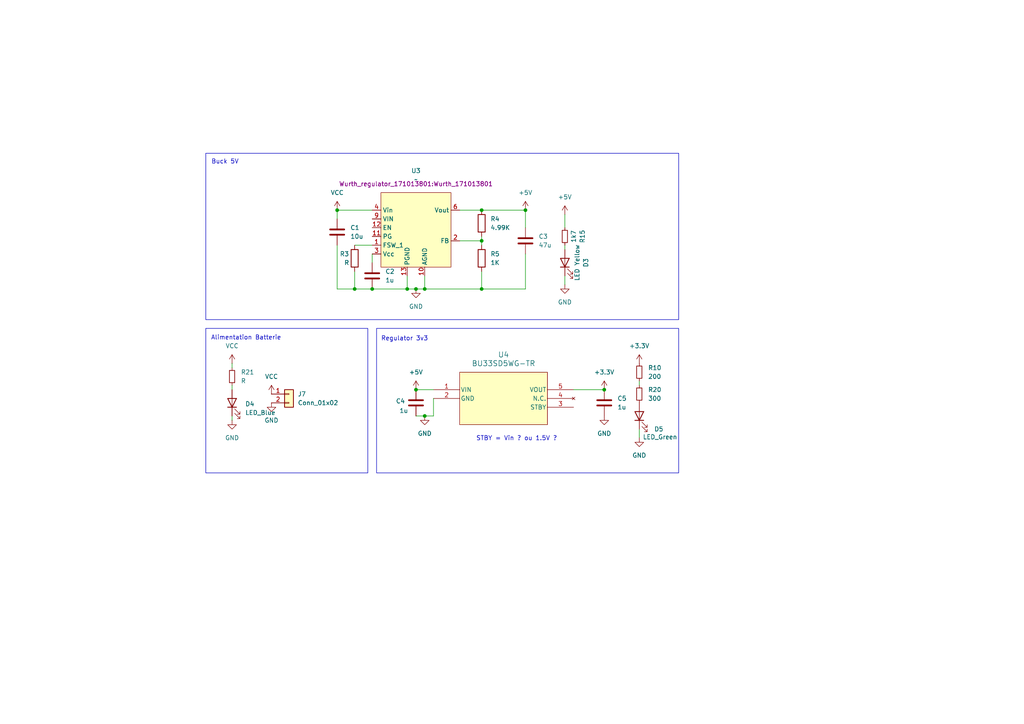
<source format=kicad_sch>
(kicad_sch
	(version 20231120)
	(generator "eeschema")
	(generator_version "8.0")
	(uuid "e0eeb90b-6523-454b-b38c-91bf9abdf46c")
	(paper "A4")
	(lib_symbols
		(symbol "2025-03-16_15-16-17:BU33SD5WG-TR"
			(pin_names
				(offset 0.254)
			)
			(exclude_from_sim no)
			(in_bom yes)
			(on_board yes)
			(property "Reference" "U"
				(at 20.32 10.16 0)
				(effects
					(font
						(size 1.524 1.524)
					)
				)
			)
			(property "Value" "BU33SD5WG-TR"
				(at 20.32 7.62 0)
				(effects
					(font
						(size 1.524 1.524)
					)
				)
			)
			(property "Footprint" "SSOP5_ROM"
				(at 0 7.366 0)
				(effects
					(font
						(size 1.27 1.27)
						(italic yes)
					)
					(hide yes)
				)
			)
			(property "Datasheet" "BU33SD5WG-TR"
				(at -0.508 5.08 0)
				(effects
					(font
						(size 1.27 1.27)
						(italic yes)
					)
					(hide yes)
				)
			)
			(property "Description" ""
				(at 0 0 0)
				(effects
					(font
						(size 1.27 1.27)
					)
					(hide yes)
				)
			)
			(property "Sim.Library" "C:\\Users\\garbe\\Downloads\\BU33SD5WG_TR\\SSOP5_ROM.stl"
				(at 16.51 12.954 0)
				(effects
					(font
						(size 1.27 1.27)
					)
					(hide yes)
				)
			)
			(property "ki_keywords" "BU33SD5WG-TR"
				(at 0 0 0)
				(effects
					(font
						(size 1.27 1.27)
					)
					(hide yes)
				)
			)
			(property "ki_fp_filters" "SSOP5_ROM SSOP5_ROM-M SSOP5_ROM-L"
				(at 0 0 0)
				(effects
					(font
						(size 1.27 1.27)
					)
					(hide yes)
				)
			)
			(symbol "BU33SD5WG-TR_0_1"
				(polyline
					(pts
						(xy 7.62 5.08) (xy 7.62 -10.16)
					)
					(stroke
						(width 0.127)
						(type default)
					)
					(fill
						(type none)
					)
				)
				(polyline
					(pts
						(xy 33.02 -10.16) (xy 33.02 5.08)
					)
					(stroke
						(width 0.127)
						(type default)
					)
					(fill
						(type none)
					)
				)
				(polyline
					(pts
						(xy 33.02 5.08) (xy 7.62 5.08)
					)
					(stroke
						(width 0.127)
						(type default)
					)
					(fill
						(type none)
					)
				)
				(pin unspecified line
					(at 0 0 0)
					(length 7.62)
					(name "VIN"
						(effects
							(font
								(size 1.27 1.27)
							)
						)
					)
					(number "1"
						(effects
							(font
								(size 1.27 1.27)
							)
						)
					)
				)
				(pin power_out line
					(at 0 -2.54 0)
					(length 7.62)
					(name "GND"
						(effects
							(font
								(size 1.27 1.27)
							)
						)
					)
					(number "2"
						(effects
							(font
								(size 1.27 1.27)
							)
						)
					)
				)
				(pin unspecified line
					(at 40.64 -5.08 180)
					(length 7.62)
					(name "STBY"
						(effects
							(font
								(size 1.27 1.27)
							)
						)
					)
					(number "3"
						(effects
							(font
								(size 1.27 1.27)
							)
						)
					)
				)
				(pin no_connect line
					(at 40.64 -2.54 180)
					(length 7.62)
					(name "N.C."
						(effects
							(font
								(size 1.27 1.27)
							)
						)
					)
					(number "4"
						(effects
							(font
								(size 1.27 1.27)
							)
						)
					)
				)
				(pin output line
					(at 40.64 0 180)
					(length 7.62)
					(name "VOUT"
						(effects
							(font
								(size 1.27 1.27)
							)
						)
					)
					(number "5"
						(effects
							(font
								(size 1.27 1.27)
							)
						)
					)
				)
			)
			(symbol "BU33SD5WG-TR_1_1"
				(rectangle
					(start 7.62 5.08)
					(end 33.02 -10.16)
					(stroke
						(width 0)
						(type default)
					)
					(fill
						(type background)
					)
				)
			)
		)
		(symbol "Connector_Generic:Conn_01x02"
			(pin_names
				(offset 1.016) hide)
			(exclude_from_sim no)
			(in_bom yes)
			(on_board yes)
			(property "Reference" "J"
				(at 0 2.54 0)
				(effects
					(font
						(size 1.27 1.27)
					)
				)
			)
			(property "Value" "Conn_01x02"
				(at 0 -5.08 0)
				(effects
					(font
						(size 1.27 1.27)
					)
				)
			)
			(property "Footprint" ""
				(at 0 0 0)
				(effects
					(font
						(size 1.27 1.27)
					)
					(hide yes)
				)
			)
			(property "Datasheet" "~"
				(at 0 0 0)
				(effects
					(font
						(size 1.27 1.27)
					)
					(hide yes)
				)
			)
			(property "Description" "Generic connector, single row, 01x02, script generated (kicad-library-utils/schlib/autogen/connector/)"
				(at 0 0 0)
				(effects
					(font
						(size 1.27 1.27)
					)
					(hide yes)
				)
			)
			(property "ki_keywords" "connector"
				(at 0 0 0)
				(effects
					(font
						(size 1.27 1.27)
					)
					(hide yes)
				)
			)
			(property "ki_fp_filters" "Connector*:*_1x??_*"
				(at 0 0 0)
				(effects
					(font
						(size 1.27 1.27)
					)
					(hide yes)
				)
			)
			(symbol "Conn_01x02_1_1"
				(rectangle
					(start -1.27 -2.413)
					(end 0 -2.667)
					(stroke
						(width 0.1524)
						(type default)
					)
					(fill
						(type none)
					)
				)
				(rectangle
					(start -1.27 0.127)
					(end 0 -0.127)
					(stroke
						(width 0.1524)
						(type default)
					)
					(fill
						(type none)
					)
				)
				(rectangle
					(start -1.27 1.27)
					(end 1.27 -3.81)
					(stroke
						(width 0.254)
						(type default)
					)
					(fill
						(type background)
					)
				)
				(pin passive line
					(at -5.08 0 0)
					(length 3.81)
					(name "Pin_1"
						(effects
							(font
								(size 1.27 1.27)
							)
						)
					)
					(number "1"
						(effects
							(font
								(size 1.27 1.27)
							)
						)
					)
				)
				(pin passive line
					(at -5.08 -2.54 0)
					(length 3.81)
					(name "Pin_2"
						(effects
							(font
								(size 1.27 1.27)
							)
						)
					)
					(number "2"
						(effects
							(font
								(size 1.27 1.27)
							)
						)
					)
				)
			)
		)
		(symbol "Device:C"
			(pin_numbers hide)
			(pin_names
				(offset 0.254)
			)
			(exclude_from_sim no)
			(in_bom yes)
			(on_board yes)
			(property "Reference" "C"
				(at 0.635 2.54 0)
				(effects
					(font
						(size 1.27 1.27)
					)
					(justify left)
				)
			)
			(property "Value" "C"
				(at 0.635 -2.54 0)
				(effects
					(font
						(size 1.27 1.27)
					)
					(justify left)
				)
			)
			(property "Footprint" ""
				(at 0.9652 -3.81 0)
				(effects
					(font
						(size 1.27 1.27)
					)
					(hide yes)
				)
			)
			(property "Datasheet" "~"
				(at 0 0 0)
				(effects
					(font
						(size 1.27 1.27)
					)
					(hide yes)
				)
			)
			(property "Description" "Unpolarized capacitor"
				(at 0 0 0)
				(effects
					(font
						(size 1.27 1.27)
					)
					(hide yes)
				)
			)
			(property "ki_keywords" "cap capacitor"
				(at 0 0 0)
				(effects
					(font
						(size 1.27 1.27)
					)
					(hide yes)
				)
			)
			(property "ki_fp_filters" "C_*"
				(at 0 0 0)
				(effects
					(font
						(size 1.27 1.27)
					)
					(hide yes)
				)
			)
			(symbol "C_0_1"
				(polyline
					(pts
						(xy -2.032 -0.762) (xy 2.032 -0.762)
					)
					(stroke
						(width 0.508)
						(type default)
					)
					(fill
						(type none)
					)
				)
				(polyline
					(pts
						(xy -2.032 0.762) (xy 2.032 0.762)
					)
					(stroke
						(width 0.508)
						(type default)
					)
					(fill
						(type none)
					)
				)
			)
			(symbol "C_1_1"
				(pin passive line
					(at 0 3.81 270)
					(length 2.794)
					(name "~"
						(effects
							(font
								(size 1.27 1.27)
							)
						)
					)
					(number "1"
						(effects
							(font
								(size 1.27 1.27)
							)
						)
					)
				)
				(pin passive line
					(at 0 -3.81 90)
					(length 2.794)
					(name "~"
						(effects
							(font
								(size 1.27 1.27)
							)
						)
					)
					(number "2"
						(effects
							(font
								(size 1.27 1.27)
							)
						)
					)
				)
			)
		)
		(symbol "Device:LED"
			(pin_numbers hide)
			(pin_names
				(offset 1.016) hide)
			(exclude_from_sim no)
			(in_bom yes)
			(on_board yes)
			(property "Reference" "D"
				(at 0 2.54 0)
				(effects
					(font
						(size 1.27 1.27)
					)
				)
			)
			(property "Value" "LED"
				(at 0 -2.54 0)
				(effects
					(font
						(size 1.27 1.27)
					)
				)
			)
			(property "Footprint" ""
				(at 0 0 0)
				(effects
					(font
						(size 1.27 1.27)
					)
					(hide yes)
				)
			)
			(property "Datasheet" "~"
				(at 0 0 0)
				(effects
					(font
						(size 1.27 1.27)
					)
					(hide yes)
				)
			)
			(property "Description" "Light emitting diode"
				(at 0 0 0)
				(effects
					(font
						(size 1.27 1.27)
					)
					(hide yes)
				)
			)
			(property "ki_keywords" "LED diode"
				(at 0 0 0)
				(effects
					(font
						(size 1.27 1.27)
					)
					(hide yes)
				)
			)
			(property "ki_fp_filters" "LED* LED_SMD:* LED_THT:*"
				(at 0 0 0)
				(effects
					(font
						(size 1.27 1.27)
					)
					(hide yes)
				)
			)
			(symbol "LED_0_1"
				(polyline
					(pts
						(xy -1.27 -1.27) (xy -1.27 1.27)
					)
					(stroke
						(width 0.254)
						(type default)
					)
					(fill
						(type none)
					)
				)
				(polyline
					(pts
						(xy -1.27 0) (xy 1.27 0)
					)
					(stroke
						(width 0)
						(type default)
					)
					(fill
						(type none)
					)
				)
				(polyline
					(pts
						(xy 1.27 -1.27) (xy 1.27 1.27) (xy -1.27 0) (xy 1.27 -1.27)
					)
					(stroke
						(width 0.254)
						(type default)
					)
					(fill
						(type none)
					)
				)
				(polyline
					(pts
						(xy -3.048 -0.762) (xy -4.572 -2.286) (xy -3.81 -2.286) (xy -4.572 -2.286) (xy -4.572 -1.524)
					)
					(stroke
						(width 0)
						(type default)
					)
					(fill
						(type none)
					)
				)
				(polyline
					(pts
						(xy -1.778 -0.762) (xy -3.302 -2.286) (xy -2.54 -2.286) (xy -3.302 -2.286) (xy -3.302 -1.524)
					)
					(stroke
						(width 0)
						(type default)
					)
					(fill
						(type none)
					)
				)
			)
			(symbol "LED_1_1"
				(pin passive line
					(at -3.81 0 0)
					(length 2.54)
					(name "K"
						(effects
							(font
								(size 1.27 1.27)
							)
						)
					)
					(number "1"
						(effects
							(font
								(size 1.27 1.27)
							)
						)
					)
				)
				(pin passive line
					(at 3.81 0 180)
					(length 2.54)
					(name "A"
						(effects
							(font
								(size 1.27 1.27)
							)
						)
					)
					(number "2"
						(effects
							(font
								(size 1.27 1.27)
							)
						)
					)
				)
			)
		)
		(symbol "Device:R"
			(pin_numbers hide)
			(pin_names
				(offset 0)
			)
			(exclude_from_sim no)
			(in_bom yes)
			(on_board yes)
			(property "Reference" "R"
				(at 2.032 0 90)
				(effects
					(font
						(size 1.27 1.27)
					)
				)
			)
			(property "Value" "R"
				(at 0 0 90)
				(effects
					(font
						(size 1.27 1.27)
					)
				)
			)
			(property "Footprint" ""
				(at -1.778 0 90)
				(effects
					(font
						(size 1.27 1.27)
					)
					(hide yes)
				)
			)
			(property "Datasheet" "~"
				(at 0 0 0)
				(effects
					(font
						(size 1.27 1.27)
					)
					(hide yes)
				)
			)
			(property "Description" "Resistor"
				(at 0 0 0)
				(effects
					(font
						(size 1.27 1.27)
					)
					(hide yes)
				)
			)
			(property "ki_keywords" "R res resistor"
				(at 0 0 0)
				(effects
					(font
						(size 1.27 1.27)
					)
					(hide yes)
				)
			)
			(property "ki_fp_filters" "R_*"
				(at 0 0 0)
				(effects
					(font
						(size 1.27 1.27)
					)
					(hide yes)
				)
			)
			(symbol "R_0_1"
				(rectangle
					(start -1.016 -2.54)
					(end 1.016 2.54)
					(stroke
						(width 0.254)
						(type default)
					)
					(fill
						(type none)
					)
				)
			)
			(symbol "R_1_1"
				(pin passive line
					(at 0 3.81 270)
					(length 1.27)
					(name "~"
						(effects
							(font
								(size 1.27 1.27)
							)
						)
					)
					(number "1"
						(effects
							(font
								(size 1.27 1.27)
							)
						)
					)
				)
				(pin passive line
					(at 0 -3.81 90)
					(length 1.27)
					(name "~"
						(effects
							(font
								(size 1.27 1.27)
							)
						)
					)
					(number "2"
						(effects
							(font
								(size 1.27 1.27)
							)
						)
					)
				)
			)
		)
		(symbol "Device:R_Small"
			(pin_numbers hide)
			(pin_names
				(offset 0.254) hide)
			(exclude_from_sim no)
			(in_bom yes)
			(on_board yes)
			(property "Reference" "R"
				(at 0.762 0.508 0)
				(effects
					(font
						(size 1.27 1.27)
					)
					(justify left)
				)
			)
			(property "Value" "R_Small"
				(at 0.762 -1.016 0)
				(effects
					(font
						(size 1.27 1.27)
					)
					(justify left)
				)
			)
			(property "Footprint" ""
				(at 0 0 0)
				(effects
					(font
						(size 1.27 1.27)
					)
					(hide yes)
				)
			)
			(property "Datasheet" "~"
				(at 0 0 0)
				(effects
					(font
						(size 1.27 1.27)
					)
					(hide yes)
				)
			)
			(property "Description" "Resistor, small symbol"
				(at 0 0 0)
				(effects
					(font
						(size 1.27 1.27)
					)
					(hide yes)
				)
			)
			(property "ki_keywords" "R resistor"
				(at 0 0 0)
				(effects
					(font
						(size 1.27 1.27)
					)
					(hide yes)
				)
			)
			(property "ki_fp_filters" "R_*"
				(at 0 0 0)
				(effects
					(font
						(size 1.27 1.27)
					)
					(hide yes)
				)
			)
			(symbol "R_Small_0_1"
				(rectangle
					(start -0.762 1.778)
					(end 0.762 -1.778)
					(stroke
						(width 0.2032)
						(type default)
					)
					(fill
						(type none)
					)
				)
			)
			(symbol "R_Small_1_1"
				(pin passive line
					(at 0 2.54 270)
					(length 0.762)
					(name "~"
						(effects
							(font
								(size 1.27 1.27)
							)
						)
					)
					(number "1"
						(effects
							(font
								(size 1.27 1.27)
							)
						)
					)
				)
				(pin passive line
					(at 0 -2.54 90)
					(length 0.762)
					(name "~"
						(effects
							(font
								(size 1.27 1.27)
							)
						)
					)
					(number "2"
						(effects
							(font
								(size 1.27 1.27)
							)
						)
					)
				)
			)
		)
		(symbol "Wurth_regulator_171013801:Regulator_Wurth_171013801"
			(exclude_from_sim no)
			(in_bom yes)
			(on_board yes)
			(property "Reference" "U"
				(at -0.254 7.366 0)
				(effects
					(font
						(size 1.27 1.27)
					)
				)
			)
			(property "Value" ""
				(at 0 0 0)
				(effects
					(font
						(size 1.27 1.27)
					)
				)
			)
			(property "Footprint" "Wurth_regulator_171013801:Wurth_171013801"
				(at 4.064 11.43 0)
				(effects
					(font
						(size 1.27 1.27)
					)
				)
			)
			(property "Datasheet" ""
				(at 0 0 0)
				(effects
					(font
						(size 1.27 1.27)
					)
					(hide yes)
				)
			)
			(property "Description" ""
				(at 0 0 0)
				(effects
					(font
						(size 1.27 1.27)
					)
					(hide yes)
				)
			)
			(symbol "Regulator_Wurth_171013801_1_1"
				(rectangle
					(start -10.16 10.16)
					(end 10.16 -11.43)
					(stroke
						(width 0)
						(type default)
					)
					(fill
						(type background)
					)
				)
				(pin input line
					(at -12.7 -5.08 0)
					(length 2.54)
					(name "FSW_1"
						(effects
							(font
								(size 1.27 1.27)
							)
						)
					)
					(number "1"
						(effects
							(font
								(size 1.27 1.27)
							)
						)
					)
				)
				(pin input line
					(at 2.54 -13.97 90)
					(length 2.54)
					(name "AGND"
						(effects
							(font
								(size 1.27 1.27)
							)
						)
					)
					(number "10"
						(effects
							(font
								(size 1.27 1.27)
							)
						)
					)
				)
				(pin power_in line
					(at -12.7 -2.54 0)
					(length 2.54)
					(name "PG"
						(effects
							(font
								(size 1.27 1.27)
							)
						)
					)
					(number "11"
						(effects
							(font
								(size 1.27 1.27)
							)
						)
					)
				)
				(pin input line
					(at -12.7 0 0)
					(length 2.54)
					(name "EN"
						(effects
							(font
								(size 1.27 1.27)
							)
						)
					)
					(number "12"
						(effects
							(font
								(size 1.27 1.27)
							)
						)
					)
				)
				(pin input line
					(at -2.54 -13.97 90)
					(length 2.54)
					(name "PGND"
						(effects
							(font
								(size 1.27 1.27)
							)
						)
					)
					(number "13"
						(effects
							(font
								(size 1.27 1.27)
							)
						)
					)
				)
				(pin input line
					(at 12.7 -3.81 180)
					(length 2.54)
					(name "FB"
						(effects
							(font
								(size 1.27 1.27)
							)
						)
					)
					(number "2"
						(effects
							(font
								(size 1.27 1.27)
							)
						)
					)
				)
				(pin power_out line
					(at -12.7 -7.62 0)
					(length 2.54)
					(name "Vcc"
						(effects
							(font
								(size 1.27 1.27)
							)
						)
					)
					(number "3"
						(effects
							(font
								(size 1.27 1.27)
							)
						)
					)
				)
				(pin power_in line
					(at -12.7 5.08 0)
					(length 2.54)
					(name "Vin"
						(effects
							(font
								(size 1.27 1.27)
							)
						)
					)
					(number "4"
						(effects
							(font
								(size 1.27 1.27)
							)
						)
					)
				)
				(pin power_in line
					(at -12.7 5.08 0)
					(length 2.54) hide
					(name "Vin"
						(effects
							(font
								(size 1.27 1.27)
							)
						)
					)
					(number "5"
						(effects
							(font
								(size 1.27 1.27)
							)
						)
					)
				)
				(pin power_out line
					(at 12.7 5.08 180)
					(length 2.54)
					(name "Vout"
						(effects
							(font
								(size 1.27 1.27)
							)
						)
					)
					(number "6"
						(effects
							(font
								(size 1.27 1.27)
							)
						)
					)
				)
				(pin power_out line
					(at 12.7 5.08 180)
					(length 2.54) hide
					(name "Vout"
						(effects
							(font
								(size 1.27 1.27)
							)
						)
					)
					(number "7"
						(effects
							(font
								(size 1.27 1.27)
							)
						)
					)
				)
				(pin no_connect line
					(at 12.7 2.54 180)
					(length 2.54) hide
					(name "DNC"
						(effects
							(font
								(size 1.27 1.27)
							)
						)
					)
					(number "8"
						(effects
							(font
								(size 1.27 1.27)
							)
						)
					)
				)
				(pin power_out line
					(at -12.7 2.54 0)
					(length 2.54)
					(name "VIN"
						(effects
							(font
								(size 1.27 1.27)
							)
						)
					)
					(number "9"
						(effects
							(font
								(size 1.27 1.27)
							)
						)
					)
				)
			)
		)
		(symbol "power:+3.3V"
			(power)
			(pin_numbers hide)
			(pin_names
				(offset 0) hide)
			(exclude_from_sim no)
			(in_bom yes)
			(on_board yes)
			(property "Reference" "#PWR"
				(at 0 -3.81 0)
				(effects
					(font
						(size 1.27 1.27)
					)
					(hide yes)
				)
			)
			(property "Value" "+3.3V"
				(at 0 3.556 0)
				(effects
					(font
						(size 1.27 1.27)
					)
				)
			)
			(property "Footprint" ""
				(at 0 0 0)
				(effects
					(font
						(size 1.27 1.27)
					)
					(hide yes)
				)
			)
			(property "Datasheet" ""
				(at 0 0 0)
				(effects
					(font
						(size 1.27 1.27)
					)
					(hide yes)
				)
			)
			(property "Description" "Power symbol creates a global label with name \"+3.3V\""
				(at 0 0 0)
				(effects
					(font
						(size 1.27 1.27)
					)
					(hide yes)
				)
			)
			(property "ki_keywords" "global power"
				(at 0 0 0)
				(effects
					(font
						(size 1.27 1.27)
					)
					(hide yes)
				)
			)
			(symbol "+3.3V_0_1"
				(polyline
					(pts
						(xy -0.762 1.27) (xy 0 2.54)
					)
					(stroke
						(width 0)
						(type default)
					)
					(fill
						(type none)
					)
				)
				(polyline
					(pts
						(xy 0 0) (xy 0 2.54)
					)
					(stroke
						(width 0)
						(type default)
					)
					(fill
						(type none)
					)
				)
				(polyline
					(pts
						(xy 0 2.54) (xy 0.762 1.27)
					)
					(stroke
						(width 0)
						(type default)
					)
					(fill
						(type none)
					)
				)
			)
			(symbol "+3.3V_1_1"
				(pin power_in line
					(at 0 0 90)
					(length 0)
					(name "~"
						(effects
							(font
								(size 1.27 1.27)
							)
						)
					)
					(number "1"
						(effects
							(font
								(size 1.27 1.27)
							)
						)
					)
				)
			)
		)
		(symbol "power:GND"
			(power)
			(pin_numbers hide)
			(pin_names
				(offset 0) hide)
			(exclude_from_sim no)
			(in_bom yes)
			(on_board yes)
			(property "Reference" "#PWR"
				(at 0 -6.35 0)
				(effects
					(font
						(size 1.27 1.27)
					)
					(hide yes)
				)
			)
			(property "Value" "GND"
				(at 0 -3.81 0)
				(effects
					(font
						(size 1.27 1.27)
					)
				)
			)
			(property "Footprint" ""
				(at 0 0 0)
				(effects
					(font
						(size 1.27 1.27)
					)
					(hide yes)
				)
			)
			(property "Datasheet" ""
				(at 0 0 0)
				(effects
					(font
						(size 1.27 1.27)
					)
					(hide yes)
				)
			)
			(property "Description" "Power symbol creates a global label with name \"GND\" , ground"
				(at 0 0 0)
				(effects
					(font
						(size 1.27 1.27)
					)
					(hide yes)
				)
			)
			(property "ki_keywords" "global power"
				(at 0 0 0)
				(effects
					(font
						(size 1.27 1.27)
					)
					(hide yes)
				)
			)
			(symbol "GND_0_1"
				(polyline
					(pts
						(xy 0 0) (xy 0 -1.27) (xy 1.27 -1.27) (xy 0 -2.54) (xy -1.27 -1.27) (xy 0 -1.27)
					)
					(stroke
						(width 0)
						(type default)
					)
					(fill
						(type none)
					)
				)
			)
			(symbol "GND_1_1"
				(pin power_in line
					(at 0 0 270)
					(length 0)
					(name "~"
						(effects
							(font
								(size 1.27 1.27)
							)
						)
					)
					(number "1"
						(effects
							(font
								(size 1.27 1.27)
							)
						)
					)
				)
			)
		)
		(symbol "power:VCC"
			(power)
			(pin_numbers hide)
			(pin_names
				(offset 0) hide)
			(exclude_from_sim no)
			(in_bom yes)
			(on_board yes)
			(property "Reference" "#PWR"
				(at 0 -3.81 0)
				(effects
					(font
						(size 1.27 1.27)
					)
					(hide yes)
				)
			)
			(property "Value" "VCC"
				(at 0 3.556 0)
				(effects
					(font
						(size 1.27 1.27)
					)
				)
			)
			(property "Footprint" ""
				(at 0 0 0)
				(effects
					(font
						(size 1.27 1.27)
					)
					(hide yes)
				)
			)
			(property "Datasheet" ""
				(at 0 0 0)
				(effects
					(font
						(size 1.27 1.27)
					)
					(hide yes)
				)
			)
			(property "Description" "Power symbol creates a global label with name \"VCC\""
				(at 0 0 0)
				(effects
					(font
						(size 1.27 1.27)
					)
					(hide yes)
				)
			)
			(property "ki_keywords" "global power"
				(at 0 0 0)
				(effects
					(font
						(size 1.27 1.27)
					)
					(hide yes)
				)
			)
			(symbol "VCC_0_1"
				(polyline
					(pts
						(xy -0.762 1.27) (xy 0 2.54)
					)
					(stroke
						(width 0)
						(type default)
					)
					(fill
						(type none)
					)
				)
				(polyline
					(pts
						(xy 0 0) (xy 0 2.54)
					)
					(stroke
						(width 0)
						(type default)
					)
					(fill
						(type none)
					)
				)
				(polyline
					(pts
						(xy 0 2.54) (xy 0.762 1.27)
					)
					(stroke
						(width 0)
						(type default)
					)
					(fill
						(type none)
					)
				)
			)
			(symbol "VCC_1_1"
				(pin power_in line
					(at 0 0 90)
					(length 0)
					(name "~"
						(effects
							(font
								(size 1.27 1.27)
							)
						)
					)
					(number "1"
						(effects
							(font
								(size 1.27 1.27)
							)
						)
					)
				)
			)
		)
	)
	(junction
		(at 102.87 83.82)
		(diameter 0)
		(color 0 0 0 0)
		(uuid "045a4b72-59bc-4aaf-82a9-ed4f1dc64558")
	)
	(junction
		(at 139.7 69.85)
		(diameter 0)
		(color 0 0 0 0)
		(uuid "06d4b060-c791-4c49-bbfe-14836e517777")
	)
	(junction
		(at 97.79 60.96)
		(diameter 0)
		(color 0 0 0 0)
		(uuid "117e3d07-cce3-4834-9aaa-03e89131657a")
	)
	(junction
		(at 120.65 113.03)
		(diameter 0)
		(color 0 0 0 0)
		(uuid "1f906051-cb8a-4099-baf4-49832e07a44c")
	)
	(junction
		(at 152.4 60.96)
		(diameter 0)
		(color 0 0 0 0)
		(uuid "2e8d9e2b-91b7-451f-813c-6f2d4f4bd345")
	)
	(junction
		(at 118.11 83.82)
		(diameter 0)
		(color 0 0 0 0)
		(uuid "4c8768eb-928f-466c-a649-fb41b18c3eba")
	)
	(junction
		(at 123.19 83.82)
		(diameter 0)
		(color 0 0 0 0)
		(uuid "5acf6593-f404-4dbb-9bee-efc8e5254d52")
	)
	(junction
		(at 107.95 83.82)
		(diameter 0)
		(color 0 0 0 0)
		(uuid "5faec959-9660-49cb-9e10-67ee91f21c30")
	)
	(junction
		(at 139.7 83.82)
		(diameter 0)
		(color 0 0 0 0)
		(uuid "62fdba22-bf0c-48c0-acb0-585d402858a0")
	)
	(junction
		(at 123.19 120.65)
		(diameter 0)
		(color 0 0 0 0)
		(uuid "6dd77e4d-309a-47d5-a53f-b1ec407a0bcb")
	)
	(junction
		(at 120.65 83.82)
		(diameter 0)
		(color 0 0 0 0)
		(uuid "b06a6cab-be07-4fd7-b961-a01c04e37cca")
	)
	(junction
		(at 175.26 113.03)
		(diameter 0)
		(color 0 0 0 0)
		(uuid "d5476526-6603-4300-8774-28e3c27d19ba")
	)
	(junction
		(at 139.7 60.96)
		(diameter 0)
		(color 0 0 0 0)
		(uuid "ea029324-63a9-42a3-b177-c4839bbcbc88")
	)
	(wire
		(pts
			(xy 118.11 83.82) (xy 120.65 83.82)
		)
		(stroke
			(width 0)
			(type default)
		)
		(uuid "00daf659-dd25-4ecf-9f9d-15f1ca8436a4")
	)
	(wire
		(pts
			(xy 139.7 68.58) (xy 139.7 69.85)
		)
		(stroke
			(width 0)
			(type default)
		)
		(uuid "030aa15c-8f81-4100-8bbf-22bf3feae375")
	)
	(wire
		(pts
			(xy 97.79 71.12) (xy 97.79 83.82)
		)
		(stroke
			(width 0)
			(type default)
		)
		(uuid "04c01698-2ede-4f2d-9f5c-59face10c6a6")
	)
	(wire
		(pts
			(xy 67.31 111.76) (xy 67.31 113.03)
		)
		(stroke
			(width 0)
			(type default)
		)
		(uuid "090e78ee-8f1a-44c4-a842-65e232892547")
	)
	(wire
		(pts
			(xy 102.87 83.82) (xy 102.87 78.74)
		)
		(stroke
			(width 0)
			(type default)
		)
		(uuid "0f540888-e025-44c6-a2e9-077395cf2454")
	)
	(wire
		(pts
			(xy 67.31 120.65) (xy 67.31 121.92)
		)
		(stroke
			(width 0)
			(type default)
		)
		(uuid "15ee177d-52f1-4cf7-8157-ef6f3194c78f")
	)
	(wire
		(pts
			(xy 118.11 83.82) (xy 107.95 83.82)
		)
		(stroke
			(width 0)
			(type default)
		)
		(uuid "1a106f28-c617-42c1-a4cc-9665f48eeba5")
	)
	(wire
		(pts
			(xy 97.79 60.96) (xy 107.95 60.96)
		)
		(stroke
			(width 0)
			(type default)
		)
		(uuid "1a7f1f39-211f-41e4-b0ca-50dc75d0991b")
	)
	(wire
		(pts
			(xy 67.31 105.41) (xy 67.31 106.68)
		)
		(stroke
			(width 0)
			(type default)
		)
		(uuid "21278a79-e520-4ac8-a02d-2b3bcc41fcf9")
	)
	(wire
		(pts
			(xy 139.7 83.82) (xy 139.7 78.74)
		)
		(stroke
			(width 0)
			(type default)
		)
		(uuid "24815eda-39e6-4c52-a6a5-2384ea4d3d91")
	)
	(wire
		(pts
			(xy 133.35 60.96) (xy 139.7 60.96)
		)
		(stroke
			(width 0)
			(type default)
		)
		(uuid "329ebf94-7cc1-4693-bb7e-9a28fa584b59")
	)
	(wire
		(pts
			(xy 123.19 83.82) (xy 139.7 83.82)
		)
		(stroke
			(width 0)
			(type default)
		)
		(uuid "37d3f0f3-c662-4958-8ff9-5880603afb57")
	)
	(wire
		(pts
			(xy 123.19 83.82) (xy 123.19 80.01)
		)
		(stroke
			(width 0)
			(type default)
		)
		(uuid "3e8a2ac0-8414-4930-9805-09c91df7328a")
	)
	(wire
		(pts
			(xy 125.73 115.57) (xy 125.73 120.65)
		)
		(stroke
			(width 0)
			(type default)
		)
		(uuid "4f4ed5ef-d947-4143-8636-14aeecde348b")
	)
	(wire
		(pts
			(xy 125.73 120.65) (xy 123.19 120.65)
		)
		(stroke
			(width 0)
			(type default)
		)
		(uuid "553e0784-a1c0-4ad4-8657-65d23c9e9886")
	)
	(wire
		(pts
			(xy 107.95 83.82) (xy 102.87 83.82)
		)
		(stroke
			(width 0)
			(type default)
		)
		(uuid "5907ed41-6e55-46ca-b1e4-5cc70aeb1a18")
	)
	(wire
		(pts
			(xy 139.7 60.96) (xy 152.4 60.96)
		)
		(stroke
			(width 0)
			(type default)
		)
		(uuid "59e16298-fb0e-481d-922d-eb972990c160")
	)
	(wire
		(pts
			(xy 107.95 73.66) (xy 107.95 76.2)
		)
		(stroke
			(width 0)
			(type default)
		)
		(uuid "661b41c7-d373-494f-bfb3-f099f49fd421")
	)
	(wire
		(pts
			(xy 97.79 83.82) (xy 102.87 83.82)
		)
		(stroke
			(width 0)
			(type default)
		)
		(uuid "680282e2-7053-4d46-a864-2528c3c85926")
	)
	(wire
		(pts
			(xy 152.4 83.82) (xy 139.7 83.82)
		)
		(stroke
			(width 0)
			(type default)
		)
		(uuid "7c052abe-2081-44c5-951a-33817cf282d2")
	)
	(wire
		(pts
			(xy 97.79 60.96) (xy 97.79 63.5)
		)
		(stroke
			(width 0)
			(type default)
		)
		(uuid "863261f0-e8b6-4563-953c-92167a7c8cee")
	)
	(wire
		(pts
			(xy 163.83 62.23) (xy 163.83 66.04)
		)
		(stroke
			(width 0)
			(type default)
		)
		(uuid "8d9cf3c0-7ff2-49cc-ae9d-89394c0551ec")
	)
	(wire
		(pts
			(xy 118.11 80.01) (xy 118.11 83.82)
		)
		(stroke
			(width 0)
			(type default)
		)
		(uuid "94d74aae-3b10-495c-8239-8b5a2e51e325")
	)
	(wire
		(pts
			(xy 120.65 83.82) (xy 123.19 83.82)
		)
		(stroke
			(width 0)
			(type default)
		)
		(uuid "98cf4a4c-8172-4838-b22d-897e35f8e60d")
	)
	(wire
		(pts
			(xy 139.7 69.85) (xy 139.7 71.12)
		)
		(stroke
			(width 0)
			(type default)
		)
		(uuid "9dcf8a50-2eb3-4451-9ca5-da6abf0c76fc")
	)
	(wire
		(pts
			(xy 163.83 80.01) (xy 163.83 82.55)
		)
		(stroke
			(width 0)
			(type default)
		)
		(uuid "a7043aa5-d708-4233-9228-34580168949f")
	)
	(wire
		(pts
			(xy 102.87 71.12) (xy 107.95 71.12)
		)
		(stroke
			(width 0)
			(type default)
		)
		(uuid "aa0b445f-bc87-42c3-a366-38914f7f750f")
	)
	(wire
		(pts
			(xy 120.65 113.03) (xy 125.73 113.03)
		)
		(stroke
			(width 0)
			(type default)
		)
		(uuid "ab5c7e10-a2ae-4a2a-87b6-f13ab414163d")
	)
	(wire
		(pts
			(xy 163.83 71.12) (xy 163.83 72.39)
		)
		(stroke
			(width 0)
			(type default)
		)
		(uuid "c3556c00-71b0-49c9-8f84-60321f445cd9")
	)
	(wire
		(pts
			(xy 133.35 69.85) (xy 139.7 69.85)
		)
		(stroke
			(width 0)
			(type default)
		)
		(uuid "c720ee86-0905-4929-90f4-404a6342eab4")
	)
	(wire
		(pts
			(xy 166.37 113.03) (xy 175.26 113.03)
		)
		(stroke
			(width 0)
			(type default)
		)
		(uuid "cfb2af36-9b2d-441d-839e-f20fbb24d7a1")
	)
	(wire
		(pts
			(xy 152.4 73.66) (xy 152.4 83.82)
		)
		(stroke
			(width 0)
			(type default)
		)
		(uuid "eaea92e1-4817-4a12-a2e1-c5aa99dcfce3")
	)
	(wire
		(pts
			(xy 152.4 60.96) (xy 152.4 66.04)
		)
		(stroke
			(width 0)
			(type default)
		)
		(uuid "f5d37586-a5fa-4717-97b1-dfdca02d940b")
	)
	(wire
		(pts
			(xy 185.42 110.49) (xy 185.42 111.76)
		)
		(stroke
			(width 0)
			(type default)
		)
		(uuid "f5ff203a-5fa1-4429-af32-afbf59907070")
	)
	(wire
		(pts
			(xy 185.42 124.46) (xy 185.42 127)
		)
		(stroke
			(width 0)
			(type default)
		)
		(uuid "fee70fcc-c8fb-4322-85c7-48c448aa5032")
	)
	(wire
		(pts
			(xy 123.19 120.65) (xy 120.65 120.65)
		)
		(stroke
			(width 0)
			(type default)
		)
		(uuid "ffb118aa-3e53-4b32-b164-28f0153bce60")
	)
	(rectangle
		(start 59.69 95.25)
		(end 106.68 137.16)
		(stroke
			(width 0)
			(type default)
		)
		(fill
			(type none)
		)
		(uuid 36295d85-2394-4843-855f-6884d7409058)
	)
	(rectangle
		(start 59.69 44.45)
		(end 196.85 92.71)
		(stroke
			(width 0)
			(type default)
		)
		(fill
			(type none)
		)
		(uuid a9f931cf-fd9a-488a-bef2-3c050466df27)
	)
	(rectangle
		(start 109.22 95.25)
		(end 196.85 137.16)
		(stroke
			(width 0)
			(type default)
		)
		(fill
			(type none)
		)
		(uuid d091bf21-26c8-447a-96c7-55409e3e797d)
	)
	(text "Alimentation Batterie"
		(exclude_from_sim no)
		(at 71.374 98.044 0)
		(effects
			(font
				(size 1.27 1.27)
			)
		)
		(uuid "5595102d-c87c-4329-aa37-0fcb7480efdb")
	)
	(text "Regulator 3v3\n"
		(exclude_from_sim no)
		(at 117.348 98.298 0)
		(effects
			(font
				(size 1.27 1.27)
			)
		)
		(uuid "99f21b5e-b0ae-41d3-9913-f45b6c649bc3")
	)
	(text "STBY = Vin ? ou 1.5V ?\n"
		(exclude_from_sim no)
		(at 149.86 127.254 0)
		(effects
			(font
				(size 1.27 1.27)
			)
		)
		(uuid "d77add24-2003-4303-8e6f-d0af86e5c6dd")
	)
	(text "Buck 5V\n"
		(exclude_from_sim no)
		(at 65.278 46.99 0)
		(effects
			(font
				(size 1.27 1.27)
			)
		)
		(uuid "ffcc7d1d-0df8-4fc0-992b-6d21039e6d7b")
	)
	(symbol
		(lib_id "Device:LED")
		(at 163.83 76.2 90)
		(unit 1)
		(exclude_from_sim no)
		(in_bom yes)
		(on_board yes)
		(dnp no)
		(uuid "004d65e5-2c7a-41a9-8380-e0e76dacbd0f")
		(property "Reference" "D3"
			(at 169.926 76.2 0)
			(effects
				(font
					(size 1.27 1.27)
				)
			)
		)
		(property "Value" "LED Yellow"
			(at 167.386 76.2 0)
			(effects
				(font
					(size 1.27 1.27)
				)
			)
		)
		(property "Footprint" "LED_SMD:LED_0603_1608Metric"
			(at 163.83 76.2 0)
			(effects
				(font
					(size 1.27 1.27)
				)
				(hide yes)
			)
		)
		(property "Datasheet" "https://www.we-online.com/components/products/datasheet/150060YS55040.pdf"
			(at 163.83 76.2 0)
			(effects
				(font
					(size 1.27 1.27)
				)
				(hide yes)
			)
		)
		(property "Description" "Light emitting diode"
			(at 163.83 76.2 0)
			(effects
				(font
					(size 1.27 1.27)
				)
				(hide yes)
			)
		)
		(property "MPN" "150060YS55040"
			(at 163.83 76.2 0)
			(effects
				(font
					(size 1.27 1.27)
				)
				(hide yes)
			)
		)
		(pin "2"
			(uuid "f7ae850b-cd3f-4a53-84cb-ef75b34c5818")
		)
		(pin "1"
			(uuid "fff1b95c-766e-411c-824e-bff1db91a9de")
		)
		(instances
			(project "PCB_Module_Payement"
				(path "/48ddf8d7-54b6-4c34-8554-2bb8e32bda4b/ac7e33cb-006f-48f6-93b0-aad0d3b0876b"
					(reference "D3")
					(unit 1)
				)
			)
		)
	)
	(symbol
		(lib_id "Device:C")
		(at 120.65 116.84 0)
		(unit 1)
		(exclude_from_sim no)
		(in_bom yes)
		(on_board yes)
		(dnp no)
		(uuid "016ff56f-3032-4581-b7ff-fc8167a77f29")
		(property "Reference" "C4"
			(at 114.808 116.332 0)
			(effects
				(font
					(size 1.27 1.27)
				)
				(justify left)
			)
		)
		(property "Value" "1u"
			(at 115.824 119.126 0)
			(effects
				(font
					(size 1.27 1.27)
				)
				(justify left)
			)
		)
		(property "Footprint" "Capacitor_SMD:C_0805_2012Metric"
			(at 121.6152 120.65 0)
			(effects
				(font
					(size 1.27 1.27)
				)
				(hide yes)
			)
		)
		(property "Datasheet" "~"
			(at 120.65 116.84 0)
			(effects
				(font
					(size 1.27 1.27)
				)
				(hide yes)
			)
		)
		(property "Description" "Unpolarized capacitor"
			(at 120.65 116.84 0)
			(effects
				(font
					(size 1.27 1.27)
				)
				(hide yes)
			)
		)
		(pin "2"
			(uuid "b9ab4774-d8b2-44d5-9d5b-2da4ee166f04")
		)
		(pin "1"
			(uuid "1868ce99-fba6-4bcf-a147-71488f6f394e")
		)
		(instances
			(project "PCB_Module_Payement"
				(path "/48ddf8d7-54b6-4c34-8554-2bb8e32bda4b/ac7e33cb-006f-48f6-93b0-aad0d3b0876b"
					(reference "C4")
					(unit 1)
				)
			)
		)
	)
	(symbol
		(lib_id "power:VCC")
		(at 78.74 114.3 0)
		(unit 1)
		(exclude_from_sim no)
		(in_bom yes)
		(on_board yes)
		(dnp no)
		(fields_autoplaced yes)
		(uuid "05777e02-60eb-4525-9015-73ac7fe5bda2")
		(property "Reference" "#PWR05"
			(at 78.74 118.11 0)
			(effects
				(font
					(size 1.27 1.27)
				)
				(hide yes)
			)
		)
		(property "Value" "VCC"
			(at 78.74 109.22 0)
			(effects
				(font
					(size 1.27 1.27)
				)
			)
		)
		(property "Footprint" ""
			(at 78.74 114.3 0)
			(effects
				(font
					(size 1.27 1.27)
				)
				(hide yes)
			)
		)
		(property "Datasheet" ""
			(at 78.74 114.3 0)
			(effects
				(font
					(size 1.27 1.27)
				)
				(hide yes)
			)
		)
		(property "Description" "Power symbol creates a global label with name \"VCC\""
			(at 78.74 114.3 0)
			(effects
				(font
					(size 1.27 1.27)
				)
				(hide yes)
			)
		)
		(pin "1"
			(uuid "4c218907-4833-4599-a881-8bcfbee76c9a")
		)
		(instances
			(project ""
				(path "/48ddf8d7-54b6-4c34-8554-2bb8e32bda4b/ac7e33cb-006f-48f6-93b0-aad0d3b0876b"
					(reference "#PWR05")
					(unit 1)
				)
			)
		)
	)
	(symbol
		(lib_id "power:GND")
		(at 185.42 127 0)
		(unit 1)
		(exclude_from_sim no)
		(in_bom yes)
		(on_board yes)
		(dnp no)
		(fields_autoplaced yes)
		(uuid "0e1cbc47-e951-4ba6-8485-9f350ae10744")
		(property "Reference" "#PWR056"
			(at 185.42 133.35 0)
			(effects
				(font
					(size 1.27 1.27)
				)
				(hide yes)
			)
		)
		(property "Value" "GND"
			(at 185.42 132.08 0)
			(effects
				(font
					(size 1.27 1.27)
				)
			)
		)
		(property "Footprint" ""
			(at 185.42 127 0)
			(effects
				(font
					(size 1.27 1.27)
				)
				(hide yes)
			)
		)
		(property "Datasheet" ""
			(at 185.42 127 0)
			(effects
				(font
					(size 1.27 1.27)
				)
				(hide yes)
			)
		)
		(property "Description" "Power symbol creates a global label with name \"GND\" , ground"
			(at 185.42 127 0)
			(effects
				(font
					(size 1.27 1.27)
				)
				(hide yes)
			)
		)
		(pin "1"
			(uuid "5bb69e4c-cb59-48cb-96f7-8980153bc7dd")
		)
		(instances
			(project "PCB_Module_Payement"
				(path "/48ddf8d7-54b6-4c34-8554-2bb8e32bda4b/ac7e33cb-006f-48f6-93b0-aad0d3b0876b"
					(reference "#PWR056")
					(unit 1)
				)
			)
		)
	)
	(symbol
		(lib_id "Device:R")
		(at 139.7 64.77 0)
		(unit 1)
		(exclude_from_sim no)
		(in_bom yes)
		(on_board yes)
		(dnp no)
		(fields_autoplaced yes)
		(uuid "0e41700c-4629-42d4-90ef-9e00a34858da")
		(property "Reference" "R4"
			(at 142.24 63.4999 0)
			(effects
				(font
					(size 1.27 1.27)
				)
				(justify left)
			)
		)
		(property "Value" "4.99K"
			(at 142.24 66.0399 0)
			(effects
				(font
					(size 1.27 1.27)
				)
				(justify left)
			)
		)
		(property "Footprint" "Resistor_SMD:R_0402_1005Metric"
			(at 137.922 64.77 90)
			(effects
				(font
					(size 1.27 1.27)
				)
				(hide yes)
			)
		)
		(property "Datasheet" "~"
			(at 139.7 64.77 0)
			(effects
				(font
					(size 1.27 1.27)
				)
				(hide yes)
			)
		)
		(property "Description" "Resistor"
			(at 139.7 64.77 0)
			(effects
				(font
					(size 1.27 1.27)
				)
				(hide yes)
			)
		)
		(pin "2"
			(uuid "e86122f3-d3c8-4295-9603-5ea9bc97fd06")
		)
		(pin "1"
			(uuid "cb849ec9-a72f-454a-ae96-e1211762ce0f")
		)
		(instances
			(project "PCB_Module_Payement"
				(path "/48ddf8d7-54b6-4c34-8554-2bb8e32bda4b/ac7e33cb-006f-48f6-93b0-aad0d3b0876b"
					(reference "R4")
					(unit 1)
				)
			)
		)
	)
	(symbol
		(lib_id "Connector_Generic:Conn_01x02")
		(at 83.82 114.3 0)
		(unit 1)
		(exclude_from_sim no)
		(in_bom yes)
		(on_board yes)
		(dnp no)
		(fields_autoplaced yes)
		(uuid "0ed06b4b-bc12-4716-809e-d483eb543194")
		(property "Reference" "J7"
			(at 86.36 114.2999 0)
			(effects
				(font
					(size 1.27 1.27)
				)
				(justify left)
			)
		)
		(property "Value" "Conn_01x02"
			(at 86.36 116.8399 0)
			(effects
				(font
					(size 1.27 1.27)
				)
				(justify left)
			)
		)
		(property "Footprint" "Connector_JST:JST_XH_B2B-XH-A_1x02_P2.50mm_Vertical"
			(at 83.82 114.3 0)
			(effects
				(font
					(size 1.27 1.27)
				)
				(hide yes)
			)
		)
		(property "Datasheet" "~"
			(at 83.82 114.3 0)
			(effects
				(font
					(size 1.27 1.27)
				)
				(hide yes)
			)
		)
		(property "Description" "Generic connector, single row, 01x02, script generated (kicad-library-utils/schlib/autogen/connector/)"
			(at 83.82 114.3 0)
			(effects
				(font
					(size 1.27 1.27)
				)
				(hide yes)
			)
		)
		(pin "1"
			(uuid "337ea9ed-c210-484d-a29a-50ed58e23dc7")
		)
		(pin "2"
			(uuid "4cb71ae2-fa20-4b4e-8b2b-556929db0b9f")
		)
		(instances
			(project ""
				(path "/48ddf8d7-54b6-4c34-8554-2bb8e32bda4b/ac7e33cb-006f-48f6-93b0-aad0d3b0876b"
					(reference "J7")
					(unit 1)
				)
			)
		)
	)
	(symbol
		(lib_id "power:GND")
		(at 123.19 120.65 0)
		(unit 1)
		(exclude_from_sim no)
		(in_bom yes)
		(on_board yes)
		(dnp no)
		(fields_autoplaced yes)
		(uuid "15963bef-3780-4032-a5d0-7b1c824581ac")
		(property "Reference" "#PWR011"
			(at 123.19 127 0)
			(effects
				(font
					(size 1.27 1.27)
				)
				(hide yes)
			)
		)
		(property "Value" "GND"
			(at 123.19 125.73 0)
			(effects
				(font
					(size 1.27 1.27)
				)
			)
		)
		(property "Footprint" ""
			(at 123.19 120.65 0)
			(effects
				(font
					(size 1.27 1.27)
				)
				(hide yes)
			)
		)
		(property "Datasheet" ""
			(at 123.19 120.65 0)
			(effects
				(font
					(size 1.27 1.27)
				)
				(hide yes)
			)
		)
		(property "Description" "Power symbol creates a global label with name \"GND\" , ground"
			(at 123.19 120.65 0)
			(effects
				(font
					(size 1.27 1.27)
				)
				(hide yes)
			)
		)
		(pin "1"
			(uuid "5ed81867-e5aa-4721-a464-44f1fc9917e4")
		)
		(instances
			(project "PCB_Module_Payement"
				(path "/48ddf8d7-54b6-4c34-8554-2bb8e32bda4b/ac7e33cb-006f-48f6-93b0-aad0d3b0876b"
					(reference "#PWR011")
					(unit 1)
				)
			)
		)
	)
	(symbol
		(lib_id "Device:R_Small")
		(at 185.42 114.3 0)
		(unit 1)
		(exclude_from_sim no)
		(in_bom yes)
		(on_board yes)
		(dnp no)
		(fields_autoplaced yes)
		(uuid "1c238ca8-52f4-4056-a5ec-b9517877fd33")
		(property "Reference" "R20"
			(at 187.96 113.0299 0)
			(effects
				(font
					(size 1.27 1.27)
				)
				(justify left)
			)
		)
		(property "Value" "300"
			(at 187.96 115.5699 0)
			(effects
				(font
					(size 1.27 1.27)
				)
				(justify left)
			)
		)
		(property "Footprint" "Resistor_SMD:R_0805_1005Metric"
			(at 185.42 114.3 0)
			(effects
				(font
					(size 1.27 1.27)
				)
				(hide yes)
			)
		)
		(property "Datasheet" "~"
			(at 185.42 114.3 0)
			(effects
				(font
					(size 1.27 1.27)
				)
				(hide yes)
			)
		)
		(property "Description" "Resistor, small symbol"
			(at 185.42 114.3 0)
			(effects
				(font
					(size 1.27 1.27)
				)
				(hide yes)
			)
		)
		(pin "2"
			(uuid "fd678aac-5935-45a8-9bd5-465194a801b2")
		)
		(pin "1"
			(uuid "210d6da1-8f11-4f65-8ff4-04777b92dca5")
		)
		(instances
			(project "PCB_Module_Payement"
				(path "/48ddf8d7-54b6-4c34-8554-2bb8e32bda4b/ac7e33cb-006f-48f6-93b0-aad0d3b0876b"
					(reference "R20")
					(unit 1)
				)
			)
		)
	)
	(symbol
		(lib_id "power:VCC")
		(at 120.65 113.03 0)
		(unit 1)
		(exclude_from_sim no)
		(in_bom yes)
		(on_board yes)
		(dnp no)
		(fields_autoplaced yes)
		(uuid "1c9a7dd6-c479-4f36-bc04-c3f992ac63c0")
		(property "Reference" "#PWR08"
			(at 120.65 116.84 0)
			(effects
				(font
					(size 1.27 1.27)
				)
				(hide yes)
			)
		)
		(property "Value" "+5V"
			(at 120.65 107.95 0)
			(effects
				(font
					(size 1.27 1.27)
				)
			)
		)
		(property "Footprint" ""
			(at 120.65 113.03 0)
			(effects
				(font
					(size 1.27 1.27)
				)
				(hide yes)
			)
		)
		(property "Datasheet" ""
			(at 120.65 113.03 0)
			(effects
				(font
					(size 1.27 1.27)
				)
				(hide yes)
			)
		)
		(property "Description" "Power symbol creates a global label with name \"VCC\""
			(at 120.65 113.03 0)
			(effects
				(font
					(size 1.27 1.27)
				)
				(hide yes)
			)
		)
		(pin "1"
			(uuid "58d3bfc2-44e8-4759-bb91-5e051dfc7e0e")
		)
		(instances
			(project "PCB_Module_Payement"
				(path "/48ddf8d7-54b6-4c34-8554-2bb8e32bda4b/ac7e33cb-006f-48f6-93b0-aad0d3b0876b"
					(reference "#PWR08")
					(unit 1)
				)
			)
		)
	)
	(symbol
		(lib_id "Device:C")
		(at 97.79 67.31 0)
		(unit 1)
		(exclude_from_sim no)
		(in_bom yes)
		(on_board yes)
		(dnp no)
		(fields_autoplaced yes)
		(uuid "24765494-7362-49c4-97fa-e8f7921c992b")
		(property "Reference" "C1"
			(at 101.6 66.0399 0)
			(effects
				(font
					(size 1.27 1.27)
				)
				(justify left)
			)
		)
		(property "Value" "10u"
			(at 101.6 68.5799 0)
			(effects
				(font
					(size 1.27 1.27)
				)
				(justify left)
			)
		)
		(property "Footprint" "Capacitor_SMD:C_0805_2012Metric"
			(at 98.7552 71.12 0)
			(effects
				(font
					(size 1.27 1.27)
				)
				(hide yes)
			)
		)
		(property "Datasheet" "~"
			(at 97.79 67.31 0)
			(effects
				(font
					(size 1.27 1.27)
				)
				(hide yes)
			)
		)
		(property "Description" "Unpolarized capacitor"
			(at 97.79 67.31 0)
			(effects
				(font
					(size 1.27 1.27)
				)
				(hide yes)
			)
		)
		(pin "2"
			(uuid "378a04d5-a309-4981-b85e-19e4dd2a254b")
		)
		(pin "1"
			(uuid "3acb9176-4c2d-40ea-8ce4-8457b837feab")
		)
		(instances
			(project "PCB_Module_Payement"
				(path "/48ddf8d7-54b6-4c34-8554-2bb8e32bda4b/ac7e33cb-006f-48f6-93b0-aad0d3b0876b"
					(reference "C1")
					(unit 1)
				)
			)
		)
	)
	(symbol
		(lib_id "power:GND")
		(at 120.65 83.82 0)
		(unit 1)
		(exclude_from_sim no)
		(in_bom yes)
		(on_board yes)
		(dnp no)
		(fields_autoplaced yes)
		(uuid "2a1834bc-3ac0-42be-918e-ea12d417883c")
		(property "Reference" "#PWR03"
			(at 120.65 90.17 0)
			(effects
				(font
					(size 1.27 1.27)
				)
				(hide yes)
			)
		)
		(property "Value" "GND"
			(at 120.65 88.9 0)
			(effects
				(font
					(size 1.27 1.27)
				)
			)
		)
		(property "Footprint" ""
			(at 120.65 83.82 0)
			(effects
				(font
					(size 1.27 1.27)
				)
				(hide yes)
			)
		)
		(property "Datasheet" ""
			(at 120.65 83.82 0)
			(effects
				(font
					(size 1.27 1.27)
				)
				(hide yes)
			)
		)
		(property "Description" "Power symbol creates a global label with name \"GND\" , ground"
			(at 120.65 83.82 0)
			(effects
				(font
					(size 1.27 1.27)
				)
				(hide yes)
			)
		)
		(pin "1"
			(uuid "59e4c433-c3f8-41b9-9c3d-f3c257d32295")
		)
		(instances
			(project "PCB_Module_Payement"
				(path "/48ddf8d7-54b6-4c34-8554-2bb8e32bda4b/ac7e33cb-006f-48f6-93b0-aad0d3b0876b"
					(reference "#PWR03")
					(unit 1)
				)
			)
		)
	)
	(symbol
		(lib_id "Device:LED")
		(at 67.31 116.84 90)
		(unit 1)
		(exclude_from_sim no)
		(in_bom yes)
		(on_board yes)
		(dnp no)
		(fields_autoplaced yes)
		(uuid "2a8f0b62-46a8-4533-9cb2-d289c47d0e28")
		(property "Reference" "D4"
			(at 71.12 117.1574 90)
			(effects
				(font
					(size 1.27 1.27)
				)
				(justify right)
			)
		)
		(property "Value" "LED_Blue"
			(at 71.12 119.6974 90)
			(effects
				(font
					(size 1.27 1.27)
				)
				(justify right)
			)
		)
		(property "Footprint" "LED_SMD:LED_0603_1608Metric"
			(at 67.31 116.84 0)
			(effects
				(font
					(size 1.27 1.27)
				)
				(hide yes)
			)
		)
		(property "Datasheet" "https://www.we-online.com/components/products/datasheet/150060BS55040.pdf"
			(at 67.31 116.84 0)
			(effects
				(font
					(size 1.27 1.27)
				)
				(hide yes)
			)
		)
		(property "Description" "Light emitting diode"
			(at 67.31 116.84 0)
			(effects
				(font
					(size 1.27 1.27)
				)
				(hide yes)
			)
		)
		(pin "2"
			(uuid "2a7aa4e4-9a6e-420f-acbb-b6cfc4052f6b")
		)
		(pin "1"
			(uuid "3483dca0-c2ef-46fa-9f37-a23fbae1d142")
		)
		(instances
			(project "PCB_Module_Payement"
				(path "/48ddf8d7-54b6-4c34-8554-2bb8e32bda4b/ac7e33cb-006f-48f6-93b0-aad0d3b0876b"
					(reference "D4")
					(unit 1)
				)
			)
		)
	)
	(symbol
		(lib_id "power:VCC")
		(at 163.83 62.23 0)
		(unit 1)
		(exclude_from_sim no)
		(in_bom yes)
		(on_board yes)
		(dnp no)
		(fields_autoplaced yes)
		(uuid "32776e45-e9d0-4bbd-b1b9-467e951f0427")
		(property "Reference" "#PWR058"
			(at 163.83 66.04 0)
			(effects
				(font
					(size 1.27 1.27)
				)
				(hide yes)
			)
		)
		(property "Value" "+5V"
			(at 163.83 57.15 0)
			(effects
				(font
					(size 1.27 1.27)
				)
			)
		)
		(property "Footprint" ""
			(at 163.83 62.23 0)
			(effects
				(font
					(size 1.27 1.27)
				)
				(hide yes)
			)
		)
		(property "Datasheet" ""
			(at 163.83 62.23 0)
			(effects
				(font
					(size 1.27 1.27)
				)
				(hide yes)
			)
		)
		(property "Description" "Power symbol creates a global label with name \"VCC\""
			(at 163.83 62.23 0)
			(effects
				(font
					(size 1.27 1.27)
				)
				(hide yes)
			)
		)
		(pin "1"
			(uuid "1151d738-07b5-4800-af18-43b0ce850799")
		)
		(instances
			(project "PCB_Module_Payement"
				(path "/48ddf8d7-54b6-4c34-8554-2bb8e32bda4b/ac7e33cb-006f-48f6-93b0-aad0d3b0876b"
					(reference "#PWR058")
					(unit 1)
				)
			)
		)
	)
	(symbol
		(lib_id "Device:LED")
		(at 185.42 120.65 90)
		(unit 1)
		(exclude_from_sim no)
		(in_bom yes)
		(on_board yes)
		(dnp no)
		(uuid "33f69609-2947-4d90-b8c4-90a6471ecdd0")
		(property "Reference" "D5"
			(at 189.738 124.46 90)
			(effects
				(font
					(size 1.27 1.27)
				)
				(justify right)
			)
		)
		(property "Value" "LED_Green"
			(at 186.436 126.746 90)
			(effects
				(font
					(size 1.27 1.27)
				)
				(justify right)
			)
		)
		(property "Footprint" "LED_SMD:LED_0603_1608Metric"
			(at 185.42 120.65 0)
			(effects
				(font
					(size 1.27 1.27)
				)
				(hide yes)
			)
		)
		(property "Datasheet" "~"
			(at 185.42 120.65 0)
			(effects
				(font
					(size 1.27 1.27)
				)
				(hide yes)
			)
		)
		(property "Description" "Light emitting diode"
			(at 185.42 120.65 0)
			(effects
				(font
					(size 1.27 1.27)
				)
				(hide yes)
			)
		)
		(pin "2"
			(uuid "50307444-931c-47c3-b00c-539646e7fd1a")
		)
		(pin "1"
			(uuid "9afe0bbd-c2ba-49cf-af4e-87499095f2cc")
		)
		(instances
			(project "PCB_Module_Payement"
				(path "/48ddf8d7-54b6-4c34-8554-2bb8e32bda4b/ac7e33cb-006f-48f6-93b0-aad0d3b0876b"
					(reference "D5")
					(unit 1)
				)
			)
		)
	)
	(symbol
		(lib_id "power:VCC")
		(at 97.79 60.96 0)
		(unit 1)
		(exclude_from_sim no)
		(in_bom yes)
		(on_board yes)
		(dnp no)
		(fields_autoplaced yes)
		(uuid "4a390d11-8fda-49dd-a85c-e0d54caa4eb8")
		(property "Reference" "#PWR06"
			(at 97.79 64.77 0)
			(effects
				(font
					(size 1.27 1.27)
				)
				(hide yes)
			)
		)
		(property "Value" "VCC"
			(at 97.79 55.88 0)
			(effects
				(font
					(size 1.27 1.27)
				)
			)
		)
		(property "Footprint" ""
			(at 97.79 60.96 0)
			(effects
				(font
					(size 1.27 1.27)
				)
				(hide yes)
			)
		)
		(property "Datasheet" ""
			(at 97.79 60.96 0)
			(effects
				(font
					(size 1.27 1.27)
				)
				(hide yes)
			)
		)
		(property "Description" "Power symbol creates a global label with name \"VCC\""
			(at 97.79 60.96 0)
			(effects
				(font
					(size 1.27 1.27)
				)
				(hide yes)
			)
		)
		(pin "1"
			(uuid "fde70d28-f052-4e4b-87fe-60773611c7be")
		)
		(instances
			(project "PCB_Module_Payement"
				(path "/48ddf8d7-54b6-4c34-8554-2bb8e32bda4b/ac7e33cb-006f-48f6-93b0-aad0d3b0876b"
					(reference "#PWR06")
					(unit 1)
				)
			)
		)
	)
	(symbol
		(lib_id "Device:R")
		(at 139.7 74.93 0)
		(unit 1)
		(exclude_from_sim no)
		(in_bom yes)
		(on_board yes)
		(dnp no)
		(fields_autoplaced yes)
		(uuid "4ff3af52-9510-4a52-b5e5-809f86f72bd8")
		(property "Reference" "R5"
			(at 142.24 73.6599 0)
			(effects
				(font
					(size 1.27 1.27)
				)
				(justify left)
			)
		)
		(property "Value" "1K"
			(at 142.24 76.1999 0)
			(effects
				(font
					(size 1.27 1.27)
				)
				(justify left)
			)
		)
		(property "Footprint" "Resistor_SMD:R_0402_1005Metric"
			(at 137.922 74.93 90)
			(effects
				(font
					(size 1.27 1.27)
				)
				(hide yes)
			)
		)
		(property "Datasheet" "~"
			(at 139.7 74.93 0)
			(effects
				(font
					(size 1.27 1.27)
				)
				(hide yes)
			)
		)
		(property "Description" "Resistor"
			(at 139.7 74.93 0)
			(effects
				(font
					(size 1.27 1.27)
				)
				(hide yes)
			)
		)
		(pin "2"
			(uuid "d3fe6b1e-ada9-4132-b6c5-c3314d6deecb")
		)
		(pin "1"
			(uuid "93dc6f73-fd1f-44b1-a030-b9cfa8aadf91")
		)
		(instances
			(project "PCB_Module_Payement"
				(path "/48ddf8d7-54b6-4c34-8554-2bb8e32bda4b/ac7e33cb-006f-48f6-93b0-aad0d3b0876b"
					(reference "R5")
					(unit 1)
				)
			)
		)
	)
	(symbol
		(lib_id "power:GND")
		(at 175.26 120.65 0)
		(unit 1)
		(exclude_from_sim no)
		(in_bom yes)
		(on_board yes)
		(dnp no)
		(fields_autoplaced yes)
		(uuid "51b1bc1a-7906-431a-b694-2a8ea9dfe664")
		(property "Reference" "#PWR010"
			(at 175.26 127 0)
			(effects
				(font
					(size 1.27 1.27)
				)
				(hide yes)
			)
		)
		(property "Value" "GND"
			(at 175.26 125.73 0)
			(effects
				(font
					(size 1.27 1.27)
				)
			)
		)
		(property "Footprint" ""
			(at 175.26 120.65 0)
			(effects
				(font
					(size 1.27 1.27)
				)
				(hide yes)
			)
		)
		(property "Datasheet" ""
			(at 175.26 120.65 0)
			(effects
				(font
					(size 1.27 1.27)
				)
				(hide yes)
			)
		)
		(property "Description" "Power symbol creates a global label with name \"GND\" , ground"
			(at 175.26 120.65 0)
			(effects
				(font
					(size 1.27 1.27)
				)
				(hide yes)
			)
		)
		(pin "1"
			(uuid "ef46330e-2f44-41c3-b75f-a79acebd07dd")
		)
		(instances
			(project ""
				(path "/48ddf8d7-54b6-4c34-8554-2bb8e32bda4b/ac7e33cb-006f-48f6-93b0-aad0d3b0876b"
					(reference "#PWR010")
					(unit 1)
				)
			)
		)
	)
	(symbol
		(lib_id "2025-03-16_15-16-17:BU33SD5WG-TR")
		(at 125.73 113.03 0)
		(unit 1)
		(exclude_from_sim no)
		(in_bom yes)
		(on_board yes)
		(dnp no)
		(fields_autoplaced yes)
		(uuid "6786adf1-df18-4810-b7df-4ce831a89bc7")
		(property "Reference" "U4"
			(at 146.05 102.87 0)
			(effects
				(font
					(size 1.524 1.524)
				)
			)
		)
		(property "Value" "BU33SD5WG-TR"
			(at 146.05 105.41 0)
			(effects
				(font
					(size 1.524 1.524)
				)
			)
		)
		(property "Footprint" "SSOP5_ROM"
			(at 125.73 105.664 0)
			(effects
				(font
					(size 1.27 1.27)
					(italic yes)
				)
				(hide yes)
			)
		)
		(property "Datasheet" "https://fscdn.rohm.com/en/products/databook/datasheet/ic/power/linear_regulator/buxxsd5wg-e.pdf"
			(at 125.222 107.95 0)
			(effects
				(font
					(size 1.27 1.27)
					(italic yes)
				)
				(hide yes)
			)
		)
		(property "Description" ""
			(at 125.73 113.03 0)
			(effects
				(font
					(size 1.27 1.27)
				)
				(hide yes)
			)
		)
		(property "Sim.Library" "C:\\Users\\garbe\\Downloads\\BU33SD5WG_TR\\SSOP5_ROM.stl"
			(at 142.24 100.076 0)
			(effects
				(font
					(size 1.27 1.27)
				)
				(hide yes)
			)
		)
		(pin "1"
			(uuid "ed6c40ba-4ae8-44b8-852e-93109eae5725")
		)
		(pin "3"
			(uuid "d538ffd9-0a27-400f-bb06-a4c160740901")
		)
		(pin "2"
			(uuid "571a75db-2626-4a2a-b95e-e0d65251bc4b")
		)
		(pin "4"
			(uuid "28bee35c-9ade-459c-9682-7efeb1c0b358")
		)
		(pin "5"
			(uuid "f2c560f7-4075-4e27-86a6-c379fbe95aad")
		)
		(instances
			(project ""
				(path "/48ddf8d7-54b6-4c34-8554-2bb8e32bda4b/ac7e33cb-006f-48f6-93b0-aad0d3b0876b"
					(reference "U4")
					(unit 1)
				)
			)
		)
	)
	(symbol
		(lib_id "power:GND")
		(at 67.31 121.92 0)
		(unit 1)
		(exclude_from_sim no)
		(in_bom yes)
		(on_board yes)
		(dnp no)
		(fields_autoplaced yes)
		(uuid "6ddb7fd4-24fe-4740-af4f-f8521ac70d45")
		(property "Reference" "#PWR052"
			(at 67.31 128.27 0)
			(effects
				(font
					(size 1.27 1.27)
				)
				(hide yes)
			)
		)
		(property "Value" "GND"
			(at 67.31 127 0)
			(effects
				(font
					(size 1.27 1.27)
				)
			)
		)
		(property "Footprint" ""
			(at 67.31 121.92 0)
			(effects
				(font
					(size 1.27 1.27)
				)
				(hide yes)
			)
		)
		(property "Datasheet" ""
			(at 67.31 121.92 0)
			(effects
				(font
					(size 1.27 1.27)
				)
				(hide yes)
			)
		)
		(property "Description" "Power symbol creates a global label with name \"GND\" , ground"
			(at 67.31 121.92 0)
			(effects
				(font
					(size 1.27 1.27)
				)
				(hide yes)
			)
		)
		(pin "1"
			(uuid "4f9a4c4a-7968-4c01-8f0d-74a823719ae8")
		)
		(instances
			(project "PCB_Module_Payement"
				(path "/48ddf8d7-54b6-4c34-8554-2bb8e32bda4b/ac7e33cb-006f-48f6-93b0-aad0d3b0876b"
					(reference "#PWR052")
					(unit 1)
				)
			)
		)
	)
	(symbol
		(lib_id "Device:C")
		(at 152.4 69.85 0)
		(unit 1)
		(exclude_from_sim no)
		(in_bom yes)
		(on_board yes)
		(dnp no)
		(fields_autoplaced yes)
		(uuid "77d6c3f7-fd57-4607-9f01-df027b36b69c")
		(property "Reference" "C3"
			(at 156.21 68.5799 0)
			(effects
				(font
					(size 1.27 1.27)
				)
				(justify left)
			)
		)
		(property "Value" "47u"
			(at 156.21 71.1199 0)
			(effects
				(font
					(size 1.27 1.27)
				)
				(justify left)
			)
		)
		(property "Footprint" "Capacitor_SMD:C_0805_2012Metric"
			(at 153.3652 73.66 0)
			(effects
				(font
					(size 1.27 1.27)
				)
				(hide yes)
			)
		)
		(property "Datasheet" "~"
			(at 152.4 69.85 0)
			(effects
				(font
					(size 1.27 1.27)
				)
				(hide yes)
			)
		)
		(property "Description" "Unpolarized capacitor"
			(at 152.4 69.85 0)
			(effects
				(font
					(size 1.27 1.27)
				)
				(hide yes)
			)
		)
		(pin "2"
			(uuid "21603c71-8fa9-48e6-9f54-f409076478a1")
		)
		(pin "1"
			(uuid "71db70a2-c7d4-4ede-b857-10ea2f874d3c")
		)
		(instances
			(project "PCB_Module_Payement"
				(path "/48ddf8d7-54b6-4c34-8554-2bb8e32bda4b/ac7e33cb-006f-48f6-93b0-aad0d3b0876b"
					(reference "C3")
					(unit 1)
				)
			)
		)
	)
	(symbol
		(lib_id "power:VCC")
		(at 152.4 60.96 0)
		(unit 1)
		(exclude_from_sim no)
		(in_bom yes)
		(on_board yes)
		(dnp no)
		(fields_autoplaced yes)
		(uuid "7a05cdf4-1df7-40e9-898b-f8dcca0fac33")
		(property "Reference" "#PWR07"
			(at 152.4 64.77 0)
			(effects
				(font
					(size 1.27 1.27)
				)
				(hide yes)
			)
		)
		(property "Value" "+5V"
			(at 152.4 55.88 0)
			(effects
				(font
					(size 1.27 1.27)
				)
			)
		)
		(property "Footprint" ""
			(at 152.4 60.96 0)
			(effects
				(font
					(size 1.27 1.27)
				)
				(hide yes)
			)
		)
		(property "Datasheet" ""
			(at 152.4 60.96 0)
			(effects
				(font
					(size 1.27 1.27)
				)
				(hide yes)
			)
		)
		(property "Description" "Power symbol creates a global label with name \"VCC\""
			(at 152.4 60.96 0)
			(effects
				(font
					(size 1.27 1.27)
				)
				(hide yes)
			)
		)
		(pin "1"
			(uuid "50dbbdb5-4402-41b5-b393-d46df210fb1a")
		)
		(instances
			(project "PCB_Module_Payement"
				(path "/48ddf8d7-54b6-4c34-8554-2bb8e32bda4b/ac7e33cb-006f-48f6-93b0-aad0d3b0876b"
					(reference "#PWR07")
					(unit 1)
				)
			)
		)
	)
	(symbol
		(lib_id "power:GND")
		(at 163.83 82.55 0)
		(unit 1)
		(exclude_from_sim no)
		(in_bom yes)
		(on_board yes)
		(dnp no)
		(fields_autoplaced yes)
		(uuid "be869067-904e-492d-8f0f-6dc3b387b713")
		(property "Reference" "#PWR057"
			(at 163.83 88.9 0)
			(effects
				(font
					(size 1.27 1.27)
				)
				(hide yes)
			)
		)
		(property "Value" "GND"
			(at 163.83 87.63 0)
			(effects
				(font
					(size 1.27 1.27)
				)
			)
		)
		(property "Footprint" ""
			(at 163.83 82.55 0)
			(effects
				(font
					(size 1.27 1.27)
				)
				(hide yes)
			)
		)
		(property "Datasheet" ""
			(at 163.83 82.55 0)
			(effects
				(font
					(size 1.27 1.27)
				)
				(hide yes)
			)
		)
		(property "Description" "Power symbol creates a global label with name \"GND\" , ground"
			(at 163.83 82.55 0)
			(effects
				(font
					(size 1.27 1.27)
				)
				(hide yes)
			)
		)
		(pin "1"
			(uuid "025b0ec5-dc70-4d23-8d6f-7934806e50a2")
		)
		(instances
			(project "PCB_Module_Payement"
				(path "/48ddf8d7-54b6-4c34-8554-2bb8e32bda4b/ac7e33cb-006f-48f6-93b0-aad0d3b0876b"
					(reference "#PWR057")
					(unit 1)
				)
			)
		)
	)
	(symbol
		(lib_id "power:+3.3V")
		(at 185.42 105.41 0)
		(unit 1)
		(exclude_from_sim no)
		(in_bom yes)
		(on_board yes)
		(dnp no)
		(fields_autoplaced yes)
		(uuid "c11ed52b-062f-47af-85bf-15c378131640")
		(property "Reference" "#PWR055"
			(at 185.42 109.22 0)
			(effects
				(font
					(size 1.27 1.27)
				)
				(hide yes)
			)
		)
		(property "Value" "+3.3V"
			(at 185.42 100.33 0)
			(effects
				(font
					(size 1.27 1.27)
				)
			)
		)
		(property "Footprint" ""
			(at 185.42 105.41 0)
			(effects
				(font
					(size 1.27 1.27)
				)
				(hide yes)
			)
		)
		(property "Datasheet" ""
			(at 185.42 105.41 0)
			(effects
				(font
					(size 1.27 1.27)
				)
				(hide yes)
			)
		)
		(property "Description" "Power symbol creates a global label with name \"+3.3V\""
			(at 185.42 105.41 0)
			(effects
				(font
					(size 1.27 1.27)
				)
				(hide yes)
			)
		)
		(pin "1"
			(uuid "9810d893-f38e-473d-b0f1-39179e6f2a06")
		)
		(instances
			(project "PCB_Module_Payement"
				(path "/48ddf8d7-54b6-4c34-8554-2bb8e32bda4b/ac7e33cb-006f-48f6-93b0-aad0d3b0876b"
					(reference "#PWR055")
					(unit 1)
				)
			)
		)
	)
	(symbol
		(lib_id "Device:R_Small")
		(at 67.31 109.22 0)
		(unit 1)
		(exclude_from_sim no)
		(in_bom yes)
		(on_board yes)
		(dnp no)
		(fields_autoplaced yes)
		(uuid "c77e68dc-2e6c-4998-b95e-5c36c5909d09")
		(property "Reference" "R21"
			(at 69.85 107.9499 0)
			(effects
				(font
					(size 1.27 1.27)
				)
				(justify left)
			)
		)
		(property "Value" "R"
			(at 69.85 110.4899 0)
			(effects
				(font
					(size 1.27 1.27)
				)
				(justify left)
			)
		)
		(property "Footprint" "Resistor_SMD:R_0805_1005Metric"
			(at 67.31 109.22 0)
			(effects
				(font
					(size 1.27 1.27)
				)
				(hide yes)
			)
		)
		(property "Datasheet" "~"
			(at 67.31 109.22 0)
			(effects
				(font
					(size 1.27 1.27)
				)
				(hide yes)
			)
		)
		(property "Description" "Resistor, small symbol"
			(at 67.31 109.22 0)
			(effects
				(font
					(size 1.27 1.27)
				)
				(hide yes)
			)
		)
		(pin "2"
			(uuid "a4f47975-feee-4d4f-9c31-11e39959ec0c")
		)
		(pin "1"
			(uuid "8d43a684-5f26-480c-9252-3d4cb431ed16")
		)
		(instances
			(project "PCB_Module_Payement"
				(path "/48ddf8d7-54b6-4c34-8554-2bb8e32bda4b/ac7e33cb-006f-48f6-93b0-aad0d3b0876b"
					(reference "R21")
					(unit 1)
				)
			)
		)
	)
	(symbol
		(lib_id "power:GND")
		(at 78.74 116.84 0)
		(unit 1)
		(exclude_from_sim no)
		(in_bom yes)
		(on_board yes)
		(dnp no)
		(fields_autoplaced yes)
		(uuid "cd72e180-e615-49a4-927d-8990a4810764")
		(property "Reference" "#PWR04"
			(at 78.74 123.19 0)
			(effects
				(font
					(size 1.27 1.27)
				)
				(hide yes)
			)
		)
		(property "Value" "GND"
			(at 78.74 121.92 0)
			(effects
				(font
					(size 1.27 1.27)
				)
			)
		)
		(property "Footprint" ""
			(at 78.74 116.84 0)
			(effects
				(font
					(size 1.27 1.27)
				)
				(hide yes)
			)
		)
		(property "Datasheet" ""
			(at 78.74 116.84 0)
			(effects
				(font
					(size 1.27 1.27)
				)
				(hide yes)
			)
		)
		(property "Description" "Power symbol creates a global label with name \"GND\" , ground"
			(at 78.74 116.84 0)
			(effects
				(font
					(size 1.27 1.27)
				)
				(hide yes)
			)
		)
		(pin "1"
			(uuid "16491f71-07ab-4e49-a061-29f5611e1542")
		)
		(instances
			(project ""
				(path "/48ddf8d7-54b6-4c34-8554-2bb8e32bda4b/ac7e33cb-006f-48f6-93b0-aad0d3b0876b"
					(reference "#PWR04")
					(unit 1)
				)
			)
		)
	)
	(symbol
		(lib_id "power:VCC")
		(at 67.31 105.41 0)
		(unit 1)
		(exclude_from_sim no)
		(in_bom yes)
		(on_board yes)
		(dnp no)
		(fields_autoplaced yes)
		(uuid "cf5cd8c5-5c15-41b2-9ce1-a12e439d004d")
		(property "Reference" "#PWR051"
			(at 67.31 109.22 0)
			(effects
				(font
					(size 1.27 1.27)
				)
				(hide yes)
			)
		)
		(property "Value" "VCC"
			(at 67.31 100.33 0)
			(effects
				(font
					(size 1.27 1.27)
				)
			)
		)
		(property "Footprint" ""
			(at 67.31 105.41 0)
			(effects
				(font
					(size 1.27 1.27)
				)
				(hide yes)
			)
		)
		(property "Datasheet" ""
			(at 67.31 105.41 0)
			(effects
				(font
					(size 1.27 1.27)
				)
				(hide yes)
			)
		)
		(property "Description" "Power symbol creates a global label with name \"VCC\""
			(at 67.31 105.41 0)
			(effects
				(font
					(size 1.27 1.27)
				)
				(hide yes)
			)
		)
		(pin "1"
			(uuid "ce5e5066-71da-4bee-bb3d-d113de505c76")
		)
		(instances
			(project "PCB_Module_Payement"
				(path "/48ddf8d7-54b6-4c34-8554-2bb8e32bda4b/ac7e33cb-006f-48f6-93b0-aad0d3b0876b"
					(reference "#PWR051")
					(unit 1)
				)
			)
		)
	)
	(symbol
		(lib_id "Device:R")
		(at 102.87 74.93 0)
		(unit 1)
		(exclude_from_sim no)
		(in_bom yes)
		(on_board yes)
		(dnp no)
		(uuid "e01bb564-6122-498d-a224-228bef1f005f")
		(property "Reference" "R3"
			(at 98.552 73.66 0)
			(effects
				(font
					(size 1.27 1.27)
				)
				(justify left)
			)
		)
		(property "Value" "R"
			(at 99.822 76.2 0)
			(effects
				(font
					(size 1.27 1.27)
				)
				(justify left)
			)
		)
		(property "Footprint" ""
			(at 101.092 74.93 90)
			(effects
				(font
					(size 1.27 1.27)
				)
				(hide yes)
			)
		)
		(property "Datasheet" "~"
			(at 102.87 74.93 0)
			(effects
				(font
					(size 1.27 1.27)
				)
				(hide yes)
			)
		)
		(property "Description" "Resistor"
			(at 102.87 74.93 0)
			(effects
				(font
					(size 1.27 1.27)
				)
				(hide yes)
			)
		)
		(pin "2"
			(uuid "25003385-d7ac-4cc1-8941-8e3544c145c8")
		)
		(pin "1"
			(uuid "4b8c4d3f-24c4-4974-9380-224b71ddd3b3")
		)
		(instances
			(project "PCB_Module_Payement"
				(path "/48ddf8d7-54b6-4c34-8554-2bb8e32bda4b/ac7e33cb-006f-48f6-93b0-aad0d3b0876b"
					(reference "R3")
					(unit 1)
				)
			)
		)
	)
	(symbol
		(lib_id "Wurth_regulator_171013801:Regulator_Wurth_171013801")
		(at 120.65 66.04 0)
		(unit 1)
		(exclude_from_sim no)
		(in_bom yes)
		(on_board yes)
		(dnp no)
		(fields_autoplaced yes)
		(uuid "e3ee7c72-a064-40e4-806f-e3c9f0cb9134")
		(property "Reference" "U3"
			(at 120.65 49.53 0)
			(effects
				(font
					(size 1.27 1.27)
				)
			)
		)
		(property "Value" "~"
			(at 120.65 52.07 0)
			(effects
				(font
					(size 1.27 1.27)
				)
			)
		)
		(property "Footprint" "Wurth_regulator_171013801:Wurth_171013801"
			(at 120.65 53.34 0)
			(effects
				(font
					(size 1.27 1.27)
				)
			)
		)
		(property "Datasheet" ""
			(at 120.65 66.04 0)
			(effects
				(font
					(size 1.27 1.27)
				)
				(hide yes)
			)
		)
		(property "Description" ""
			(at 120.65 66.04 0)
			(effects
				(font
					(size 1.27 1.27)
				)
				(hide yes)
			)
		)
		(pin "2"
			(uuid "21517203-34dd-49a8-b44e-12002ad8b5b8")
		)
		(pin "6"
			(uuid "17e7f88a-f296-424e-94ff-36271e8859bc")
		)
		(pin "8"
			(uuid "0548085d-9101-42c9-b6a0-dddaf985c119")
		)
		(pin "4"
			(uuid "3ce8f4aa-5199-478b-bfdb-52bbb6bf6554")
		)
		(pin "1"
			(uuid "ab69c3f7-80fb-417e-a2b1-ac6dee5a6322")
		)
		(pin "11"
			(uuid "2f02e956-162a-409d-8e45-3f516b01aa0c")
		)
		(pin "12"
			(uuid "bc6561db-5d0a-4577-9bad-a8a828985f12")
		)
		(pin "3"
			(uuid "7a93420f-6629-4952-8cf4-7e0418ed4106")
		)
		(pin "9"
			(uuid "dd66600d-efc8-48b7-8ff9-4d0fb106b5c8")
		)
		(pin "13"
			(uuid "c199a9af-f4fe-4bb9-bbd4-7257ac26388e")
		)
		(pin "5"
			(uuid "c7200937-9c8d-497d-8f24-4becbc98ad8e")
		)
		(pin "7"
			(uuid "a856c928-00f9-4809-8804-c50768d8196e")
		)
		(pin "10"
			(uuid "3d304370-4aa8-4fab-ac7a-261120f113ca")
		)
		(instances
			(project "PCB_Module_Payement"
				(path "/48ddf8d7-54b6-4c34-8554-2bb8e32bda4b/ac7e33cb-006f-48f6-93b0-aad0d3b0876b"
					(reference "U3")
					(unit 1)
				)
			)
		)
	)
	(symbol
		(lib_id "Device:R_Small")
		(at 185.42 107.95 0)
		(unit 1)
		(exclude_from_sim no)
		(in_bom yes)
		(on_board yes)
		(dnp no)
		(fields_autoplaced yes)
		(uuid "f055ae5c-97d3-41a1-8f6c-f1aef1e78d99")
		(property "Reference" "R10"
			(at 187.96 106.6799 0)
			(effects
				(font
					(size 1.27 1.27)
				)
				(justify left)
			)
		)
		(property "Value" "200"
			(at 187.96 109.2199 0)
			(effects
				(font
					(size 1.27 1.27)
				)
				(justify left)
			)
		)
		(property "Footprint" "Resistor_SMD:R_0805_1005Metric"
			(at 185.42 107.95 0)
			(effects
				(font
					(size 1.27 1.27)
				)
				(hide yes)
			)
		)
		(property "Datasheet" "~"
			(at 185.42 107.95 0)
			(effects
				(font
					(size 1.27 1.27)
				)
				(hide yes)
			)
		)
		(property "Description" "Resistor, small symbol"
			(at 185.42 107.95 0)
			(effects
				(font
					(size 1.27 1.27)
				)
				(hide yes)
			)
		)
		(pin "2"
			(uuid "8fbb2bd2-6ea0-4b41-9f79-3b09035b3812")
		)
		(pin "1"
			(uuid "d209a4a5-0de2-4ad7-ab21-73f163be794d")
		)
		(instances
			(project "PCB_Module_Payement"
				(path "/48ddf8d7-54b6-4c34-8554-2bb8e32bda4b/ac7e33cb-006f-48f6-93b0-aad0d3b0876b"
					(reference "R10")
					(unit 1)
				)
			)
		)
	)
	(symbol
		(lib_id "Device:R_Small")
		(at 163.83 68.58 0)
		(unit 1)
		(exclude_from_sim no)
		(in_bom yes)
		(on_board yes)
		(dnp no)
		(fields_autoplaced yes)
		(uuid "f139383c-4b6a-4b38-a6d6-2fb46f748fc7")
		(property "Reference" "R15"
			(at 168.91 68.58 90)
			(effects
				(font
					(size 1.27 1.27)
				)
			)
		)
		(property "Value" "1k7"
			(at 166.37 68.58 90)
			(effects
				(font
					(size 1.27 1.27)
				)
			)
		)
		(property "Footprint" "Resistor_SMD:R_0402_1005Metric"
			(at 163.83 68.58 0)
			(effects
				(font
					(size 1.27 1.27)
				)
				(hide yes)
			)
		)
		(property "Datasheet" "~"
			(at 163.83 68.58 0)
			(effects
				(font
					(size 1.27 1.27)
				)
				(hide yes)
			)
		)
		(property "Description" "Resistor, small symbol"
			(at 163.83 68.58 0)
			(effects
				(font
					(size 1.27 1.27)
				)
				(hide yes)
			)
		)
		(pin "1"
			(uuid "9595740e-37e9-45c8-b2e9-9d4c572076c2")
		)
		(pin "2"
			(uuid "46a4da18-7636-4fa9-9adb-286a47c69523")
		)
		(instances
			(project "PCB_Module_Payement"
				(path "/48ddf8d7-54b6-4c34-8554-2bb8e32bda4b/ac7e33cb-006f-48f6-93b0-aad0d3b0876b"
					(reference "R15")
					(unit 1)
				)
			)
		)
	)
	(symbol
		(lib_id "Device:C")
		(at 107.95 80.01 0)
		(unit 1)
		(exclude_from_sim no)
		(in_bom yes)
		(on_board yes)
		(dnp no)
		(fields_autoplaced yes)
		(uuid "f4d7367a-0aab-4191-a0d1-f9f138509dac")
		(property "Reference" "C2"
			(at 111.76 78.7399 0)
			(effects
				(font
					(size 1.27 1.27)
				)
				(justify left)
			)
		)
		(property "Value" "1u"
			(at 111.76 81.2799 0)
			(effects
				(font
					(size 1.27 1.27)
				)
				(justify left)
			)
		)
		(property "Footprint" "Capacitor_SMD:C_0805_2012Metric"
			(at 108.9152 83.82 0)
			(effects
				(font
					(size 1.27 1.27)
				)
				(hide yes)
			)
		)
		(property "Datasheet" "~"
			(at 107.95 80.01 0)
			(effects
				(font
					(size 1.27 1.27)
				)
				(hide yes)
			)
		)
		(property "Description" "Unpolarized capacitor"
			(at 107.95 80.01 0)
			(effects
				(font
					(size 1.27 1.27)
				)
				(hide yes)
			)
		)
		(pin "2"
			(uuid "5ca41107-13f9-4914-a6b8-06f10748bced")
		)
		(pin "1"
			(uuid "fd677fe9-3f45-4592-8222-7e7f2d3895cb")
		)
		(instances
			(project "PCB_Module_Payement"
				(path "/48ddf8d7-54b6-4c34-8554-2bb8e32bda4b/ac7e33cb-006f-48f6-93b0-aad0d3b0876b"
					(reference "C2")
					(unit 1)
				)
			)
		)
	)
	(symbol
		(lib_id "power:VCC")
		(at 175.26 113.03 0)
		(unit 1)
		(exclude_from_sim no)
		(in_bom yes)
		(on_board yes)
		(dnp no)
		(fields_autoplaced yes)
		(uuid "f91368ed-9373-40ab-83d4-f0a279666f71")
		(property "Reference" "#PWR09"
			(at 175.26 116.84 0)
			(effects
				(font
					(size 1.27 1.27)
				)
				(hide yes)
			)
		)
		(property "Value" "+3.3V"
			(at 175.26 107.95 0)
			(effects
				(font
					(size 1.27 1.27)
				)
			)
		)
		(property "Footprint" ""
			(at 175.26 113.03 0)
			(effects
				(font
					(size 1.27 1.27)
				)
				(hide yes)
			)
		)
		(property "Datasheet" ""
			(at 175.26 113.03 0)
			(effects
				(font
					(size 1.27 1.27)
				)
				(hide yes)
			)
		)
		(property "Description" "Power symbol creates a global label with name \"VCC\""
			(at 175.26 113.03 0)
			(effects
				(font
					(size 1.27 1.27)
				)
				(hide yes)
			)
		)
		(pin "1"
			(uuid "df043169-e76b-499f-b8bc-1436553e4a9f")
		)
		(instances
			(project "PCB_Module_Payement"
				(path "/48ddf8d7-54b6-4c34-8554-2bb8e32bda4b/ac7e33cb-006f-48f6-93b0-aad0d3b0876b"
					(reference "#PWR09")
					(unit 1)
				)
			)
		)
	)
	(symbol
		(lib_id "Device:C")
		(at 175.26 116.84 180)
		(unit 1)
		(exclude_from_sim no)
		(in_bom yes)
		(on_board yes)
		(dnp no)
		(fields_autoplaced yes)
		(uuid "fa63d14a-c92d-4159-b571-0704ea35680c")
		(property "Reference" "C5"
			(at 179.07 115.5699 0)
			(effects
				(font
					(size 1.27 1.27)
				)
				(justify right)
			)
		)
		(property "Value" "1u"
			(at 179.07 118.1099 0)
			(effects
				(font
					(size 1.27 1.27)
				)
				(justify right)
			)
		)
		(property "Footprint" "Capacitor_SMD:C_0805_2012Metric"
			(at 174.2948 113.03 0)
			(effects
				(font
					(size 1.27 1.27)
				)
				(hide yes)
			)
		)
		(property "Datasheet" "~"
			(at 175.26 116.84 0)
			(effects
				(font
					(size 1.27 1.27)
				)
				(hide yes)
			)
		)
		(property "Description" "Unpolarized capacitor"
			(at 175.26 116.84 0)
			(effects
				(font
					(size 1.27 1.27)
				)
				(hide yes)
			)
		)
		(pin "2"
			(uuid "86b5c65d-9bc8-47c8-b182-612a8ab693fd")
		)
		(pin "1"
			(uuid "b52bfcb0-0897-4cee-b53f-45ca05fd9e8a")
		)
		(instances
			(project "PCB_Module_Payement"
				(path "/48ddf8d7-54b6-4c34-8554-2bb8e32bda4b/ac7e33cb-006f-48f6-93b0-aad0d3b0876b"
					(reference "C5")
					(unit 1)
				)
			)
		)
	)
)

</source>
